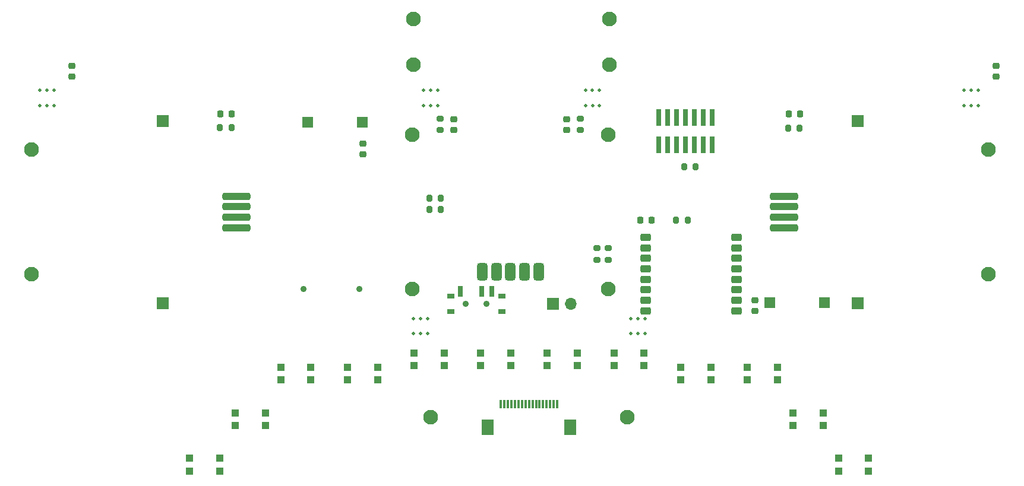
<source format=gbr>
%TF.GenerationSoftware,KiCad,Pcbnew,8.0.4*%
%TF.CreationDate,2024-11-30T23:44:48+01:00*%
%TF.ProjectId,ALL_PCBS,414c4c5f-5043-4425-932e-6b696361645f,rev?*%
%TF.SameCoordinates,Original*%
%TF.FileFunction,Soldermask,Top*%
%TF.FilePolarity,Negative*%
%FSLAX46Y46*%
G04 Gerber Fmt 4.6, Leading zero omitted, Abs format (unit mm)*
G04 Created by KiCad (PCBNEW 8.0.4) date 2024-11-30 23:44:48*
%MOMM*%
%LPD*%
G01*
G04 APERTURE LIST*
G04 Aperture macros list*
%AMRoundRect*
0 Rectangle with rounded corners*
0 $1 Rounding radius*
0 $2 $3 $4 $5 $6 $7 $8 $9 X,Y pos of 4 corners*
0 Add a 4 corners polygon primitive as box body*
4,1,4,$2,$3,$4,$5,$6,$7,$8,$9,$2,$3,0*
0 Add four circle primitives for the rounded corners*
1,1,$1+$1,$2,$3*
1,1,$1+$1,$4,$5*
1,1,$1+$1,$6,$7*
1,1,$1+$1,$8,$9*
0 Add four rect primitives between the rounded corners*
20,1,$1+$1,$2,$3,$4,$5,0*
20,1,$1+$1,$4,$5,$6,$7,0*
20,1,$1+$1,$6,$7,$8,$9,0*
20,1,$1+$1,$8,$9,$2,$3,0*%
G04 Aperture macros list end*
%ADD10C,0.500000*%
%ADD11RoundRect,0.225000X-0.250000X0.225000X-0.250000X-0.225000X0.250000X-0.225000X0.250000X0.225000X0*%
%ADD12R,1.700000X1.700000*%
%ADD13RoundRect,0.250000X1.750000X0.250000X-1.750000X0.250000X-1.750000X-0.250000X1.750000X-0.250000X0*%
%ADD14C,2.100000*%
%ADD15RoundRect,0.218750X-0.218750X-0.256250X0.218750X-0.256250X0.218750X0.256250X-0.218750X0.256250X0*%
%ADD16RoundRect,0.200000X0.200000X0.275000X-0.200000X0.275000X-0.200000X-0.275000X0.200000X-0.275000X0*%
%ADD17RoundRect,0.200000X-0.200000X-0.275000X0.200000X-0.275000X0.200000X0.275000X-0.200000X0.275000X0*%
%ADD18RoundRect,0.200000X0.275000X-0.200000X0.275000X0.200000X-0.275000X0.200000X-0.275000X-0.200000X0*%
%ADD19RoundRect,0.200000X-0.275000X0.200000X-0.275000X-0.200000X0.275000X-0.200000X0.275000X0.200000X0*%
%ADD20R,0.740000X2.400000*%
%ADD21RoundRect,0.225000X0.250000X-0.225000X0.250000X0.225000X-0.250000X0.225000X-0.250000X-0.225000X0*%
%ADD22RoundRect,0.218750X-0.256250X0.218750X-0.256250X-0.218750X0.256250X-0.218750X0.256250X0.218750X0*%
%ADD23O,1.700000X1.700000*%
%ADD24R,1.500000X1.500000*%
%ADD25RoundRect,0.375000X0.375000X-0.875000X0.375000X0.875000X-0.375000X0.875000X-0.375000X-0.875000X0*%
%ADD26R,1.000000X0.800000*%
%ADD27C,0.900000*%
%ADD28R,0.700000X1.500000*%
%ADD29RoundRect,0.275000X0.475000X0.275000X-0.475000X0.275000X-0.475000X-0.275000X0.475000X-0.275000X0*%
%ADD30RoundRect,0.250000X-1.750000X-0.250000X1.750000X-0.250000X1.750000X0.250000X-1.750000X0.250000X0*%
%ADD31R,1.000000X1.000000*%
%ADD32R,0.300000X1.300000*%
%ADD33R,1.800000X2.200000*%
G04 APERTURE END LIST*
D10*
%TO.C,mouse-bite-2.54mm-4.66mm*%
X178600000Y-129200000D03*
X178600000Y-127070000D03*
X177600000Y-129200000D03*
X177590000Y-127070000D03*
X176600000Y-129200000D03*
X176600000Y-127070000D03*
%TD*%
%TO.C,mouse-bite-2.54mm-4.66mm*%
X147610000Y-129200000D03*
X147610000Y-127070000D03*
X146610000Y-129200000D03*
X146600000Y-127070000D03*
X145610000Y-129200000D03*
X145610000Y-127070000D03*
%TD*%
D11*
%TO.C,C1*%
X228660000Y-91005000D03*
X228660000Y-92555000D03*
%TD*%
D10*
%TO.C,mouse-bite-2.54mm-4.66mm*%
X224060000Y-94530000D03*
X224060000Y-96660000D03*
X225050000Y-94530000D03*
X225060000Y-96660000D03*
X226060000Y-94530000D03*
X226060000Y-96660000D03*
%TD*%
%TO.C,mouse-bite-2.54mm-4.66mm*%
X92330000Y-94530000D03*
X92330000Y-96660000D03*
X93320000Y-94530000D03*
X93330000Y-96660000D03*
X94330000Y-94530000D03*
X94330000Y-96660000D03*
%TD*%
D11*
%TO.C,C1*%
X96930000Y-91005000D03*
X96930000Y-92555000D03*
%TD*%
D12*
%TO.C,P4*%
X109880000Y-98870000D03*
%TD*%
D13*
%TO.C,Encoder_L1*%
X120380000Y-114120000D03*
X120380000Y-112620000D03*
X120380000Y-111120000D03*
X120380000Y-109620000D03*
%TD*%
D14*
%TO.C,REF\u002A\u002A*%
X227580000Y-102970000D03*
%TD*%
D15*
%TO.C,D3*%
X118092500Y-97870000D03*
X119667500Y-97870000D03*
%TD*%
D16*
%TO.C,R8*%
X184680000Y-113045000D03*
X183030000Y-113045000D03*
%TD*%
D17*
%TO.C,R5*%
X184175000Y-105370000D03*
X185825000Y-105370000D03*
%TD*%
D14*
%TO.C,REF\u002A\u002A*%
X91180000Y-102970000D03*
%TD*%
D18*
%TO.C,R2*%
X149380000Y-100195000D03*
X149380000Y-98545000D03*
%TD*%
D19*
%TO.C,R4*%
X171750000Y-117040000D03*
X171750000Y-118690000D03*
%TD*%
D14*
%TO.C,REF\u002A\u002A*%
X91180000Y-120770000D03*
%TD*%
%TO.C,REF\u002A\u002A*%
X145380000Y-122870000D03*
%TD*%
D15*
%TO.C,D6*%
X199092500Y-97870000D03*
X200667500Y-97870000D03*
%TD*%
D11*
%TO.C,C27*%
X194290000Y-124445000D03*
X194290000Y-125995000D03*
%TD*%
D14*
%TO.C,REF\u002A\u002A*%
X145380000Y-100870000D03*
%TD*%
%TO.C,REF\u002A\u002A*%
X173380000Y-122870000D03*
%TD*%
D18*
%TO.C,R1*%
X169380000Y-100195000D03*
X169380000Y-98545000D03*
%TD*%
D20*
%TO.C,PROG*%
X180530000Y-102270000D03*
X180530000Y-98370000D03*
X181800000Y-102270000D03*
X181800000Y-98370000D03*
X183070000Y-102270000D03*
X183070000Y-98370000D03*
X184340000Y-102270000D03*
X184340000Y-98370000D03*
X185610000Y-102270000D03*
X185610000Y-98370000D03*
X186880000Y-102270000D03*
X186880000Y-98370000D03*
X188150000Y-102270000D03*
X188150000Y-98370000D03*
%TD*%
D12*
%TO.C,P2*%
X208880000Y-124870000D03*
%TD*%
%TO.C,P3*%
X109880000Y-124870000D03*
%TD*%
D21*
%TO.C,C9*%
X138380000Y-103645000D03*
X138380000Y-102095000D03*
%TD*%
D14*
%TO.C,REF\u002A\u002A*%
X173380000Y-100870000D03*
%TD*%
D22*
%TO.C,D1*%
X167450000Y-98610000D03*
X167450000Y-100185000D03*
%TD*%
D17*
%TO.C,R14*%
X147830000Y-109920000D03*
X149480000Y-109920000D03*
%TD*%
D15*
%TO.C,D7*%
X177962500Y-113050000D03*
X179537500Y-113050000D03*
%TD*%
D17*
%TO.C,R13*%
X147830000Y-111470000D03*
X149480000Y-111470000D03*
%TD*%
D12*
%TO.C,+VIN-*%
X165490000Y-124960000D03*
D23*
X168030000Y-124960000D03*
%TD*%
D24*
%TO.C,KEY*%
X196380000Y-124760000D03*
X204180000Y-124760000D03*
%TD*%
D16*
%TO.C,R7*%
X200655000Y-99870000D03*
X199005000Y-99870000D03*
%TD*%
D22*
%TO.C,D2*%
X151300000Y-98610000D03*
X151300000Y-100185000D03*
%TD*%
D24*
%TO.C,RESET*%
X130505000Y-99095000D03*
X138305000Y-99095000D03*
%TD*%
D16*
%TO.C,R3*%
X119655000Y-99845000D03*
X118005000Y-99845000D03*
%TD*%
D18*
%TO.C,R6*%
X173380000Y-118695000D03*
X173380000Y-117045000D03*
%TD*%
D25*
%TO.C,IMU*%
X155405000Y-120395000D03*
X157405000Y-120395000D03*
X159405000Y-120395000D03*
X161405000Y-120395000D03*
X163405000Y-120395000D03*
%TD*%
D12*
%TO.C,P1*%
X208880000Y-98870000D03*
%TD*%
D14*
%TO.C,REF\u002A\u002A*%
X227580000Y-120770000D03*
%TD*%
D26*
%TO.C,BOOT*%
X150880000Y-123870000D03*
X150880000Y-126080000D03*
D27*
X153030000Y-124980000D03*
X156030000Y-124980000D03*
D26*
X158180000Y-123870000D03*
X158180000Y-126080000D03*
D28*
X152280000Y-123220000D03*
X155280000Y-123220000D03*
X156780000Y-123220000D03*
%TD*%
D29*
%TO.C,U7*%
X191670000Y-125970000D03*
X191670000Y-124470000D03*
X191670000Y-122970000D03*
X191670000Y-121470000D03*
X191670000Y-119970000D03*
X191670000Y-118470000D03*
X191670000Y-116970000D03*
X191670000Y-115470000D03*
X178670000Y-115470000D03*
X178670000Y-116970000D03*
X178670000Y-118470000D03*
X178670000Y-119970000D03*
X178670000Y-121470000D03*
X178670000Y-122970000D03*
X178670000Y-124470000D03*
X178670000Y-125970000D03*
%TD*%
D30*
%TO.C,Encoder_L2*%
X198380000Y-109620000D03*
X198380000Y-111120000D03*
X198380000Y-112620000D03*
X198380000Y-114120000D03*
%TD*%
D27*
%TO.C,SD_Card*%
X129880000Y-122870000D03*
X137880000Y-122870000D03*
%TD*%
D31*
%TO.C,IC1*%
X113670000Y-148810001D03*
X113670000Y-147009999D03*
X117970000Y-147009999D03*
X117970000Y-148810001D03*
%TD*%
%TO.C,IC9*%
X159470000Y-132010000D03*
X159470000Y-133810000D03*
X155170000Y-133810000D03*
X155170000Y-132010000D03*
%TD*%
%TO.C,IC3*%
X149970000Y-132010000D03*
X149970000Y-133810000D03*
X145670000Y-133810000D03*
X145670000Y-132010000D03*
%TD*%
%TO.C,IC7*%
X120170000Y-142310000D03*
X120170000Y-140510000D03*
X124470000Y-140510000D03*
X124470000Y-142310000D03*
%TD*%
%TO.C,IC10*%
X178470000Y-132010000D03*
X178470000Y-133810000D03*
X174170000Y-133810000D03*
X174170000Y-132010000D03*
%TD*%
%TO.C,IC2*%
X130970000Y-134009999D03*
X130970000Y-135810001D03*
X126670000Y-135810001D03*
X126670000Y-134009999D03*
%TD*%
%TO.C,IC6*%
X203970000Y-140510000D03*
X203970000Y-142310000D03*
X199670000Y-142310000D03*
X199670000Y-140510000D03*
%TD*%
%TO.C,IC11*%
X197470000Y-134010000D03*
X197470000Y-135810000D03*
X193170000Y-135810000D03*
X193170000Y-134010000D03*
%TD*%
D32*
%TO.C,SENSOR*%
X158070000Y-139310000D03*
X158570000Y-139310000D03*
X159070000Y-139310000D03*
X159570000Y-139310000D03*
X160070000Y-139310000D03*
X160570000Y-139310000D03*
X161070000Y-139310000D03*
X161570000Y-139310000D03*
X162070000Y-139310000D03*
X162570000Y-139310000D03*
X163070000Y-139310000D03*
X163570000Y-139310000D03*
X164070000Y-139310000D03*
X164570000Y-139310000D03*
X165070000Y-139310000D03*
X165570000Y-139310000D03*
X166070000Y-139310000D03*
D33*
X156170000Y-142560000D03*
X167970000Y-142560000D03*
%TD*%
D31*
%TO.C,IC12*%
X210470000Y-147010000D03*
X210470000Y-148810000D03*
X206170000Y-148810000D03*
X206170000Y-147010000D03*
%TD*%
%TO.C,IC4*%
X168970000Y-132010000D03*
X168970000Y-133810000D03*
X164670000Y-133810000D03*
X164670000Y-132010000D03*
%TD*%
%TO.C,IC8*%
X140470000Y-134010000D03*
X140470000Y-135810000D03*
X136170000Y-135810000D03*
X136170000Y-134010000D03*
%TD*%
%TO.C,IC5*%
X187970000Y-134010000D03*
X187970000Y-135810000D03*
X183670000Y-135810000D03*
X183670000Y-134010000D03*
%TD*%
D14*
%TO.C,REF\u002A\u002A*%
X176070000Y-141160000D03*
%TD*%
%TO.C,REF\u002A\u002A*%
X148070000Y-141160000D03*
%TD*%
%TO.C,REF\u002A\u002A*%
X145557000Y-90830000D03*
%TD*%
%TO.C,REF\u002A\u002A*%
X173557000Y-90830000D03*
%TD*%
%TO.C,REF\u002A\u002A*%
X173557000Y-84330000D03*
%TD*%
D10*
%TO.C,mouse-bite-2.54mm-4.66mm*%
X170110000Y-94530000D03*
X170110000Y-96660000D03*
X171100000Y-94530000D03*
X171110000Y-96660000D03*
X172110000Y-94530000D03*
X172110000Y-96660000D03*
%TD*%
%TO.C,mouse-bite-2.54mm-4.66mm*%
X147020000Y-94530000D03*
X147020000Y-96660000D03*
X148010000Y-94530000D03*
X148020000Y-96660000D03*
X149020000Y-94530000D03*
X149020000Y-96660000D03*
%TD*%
D14*
%TO.C,REF\u002A\u002A*%
X145557000Y-84330000D03*
%TD*%
M02*

</source>
